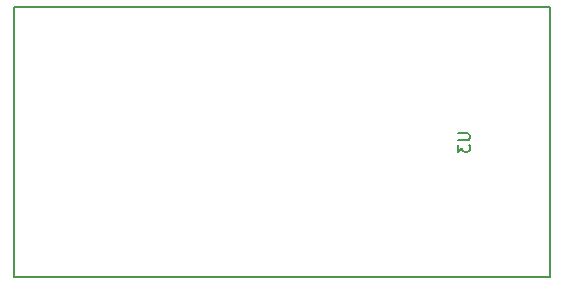
<source format=gbr>
G04 #@! TF.FileFunction,Legend,Bot*
%FSLAX46Y46*%
G04 Gerber Fmt 4.6, Leading zero omitted, Abs format (unit mm)*
G04 Created by KiCad (PCBNEW 4.0.7) date 09/18/24 00:27:48*
%MOMM*%
%LPD*%
G01*
G04 APERTURE LIST*
%ADD10C,0.100000*%
%ADD11C,0.150000*%
G04 APERTURE END LIST*
D10*
D11*
X171680000Y-108070000D02*
X171680000Y-130930000D01*
X171680000Y-130930000D02*
X217000000Y-130930000D01*
X217000000Y-130930000D02*
X217000000Y-108070000D01*
X217000000Y-108070000D02*
X171680000Y-108070000D01*
X209232381Y-118738095D02*
X210041905Y-118738095D01*
X210137143Y-118785714D01*
X210184762Y-118833333D01*
X210232381Y-118928571D01*
X210232381Y-119119048D01*
X210184762Y-119214286D01*
X210137143Y-119261905D01*
X210041905Y-119309524D01*
X209232381Y-119309524D01*
X209232381Y-119690476D02*
X209232381Y-120309524D01*
X209613333Y-119976190D01*
X209613333Y-120119048D01*
X209660952Y-120214286D01*
X209708571Y-120261905D01*
X209803810Y-120309524D01*
X210041905Y-120309524D01*
X210137143Y-120261905D01*
X210184762Y-120214286D01*
X210232381Y-120119048D01*
X210232381Y-119833333D01*
X210184762Y-119738095D01*
X210137143Y-119690476D01*
M02*

</source>
